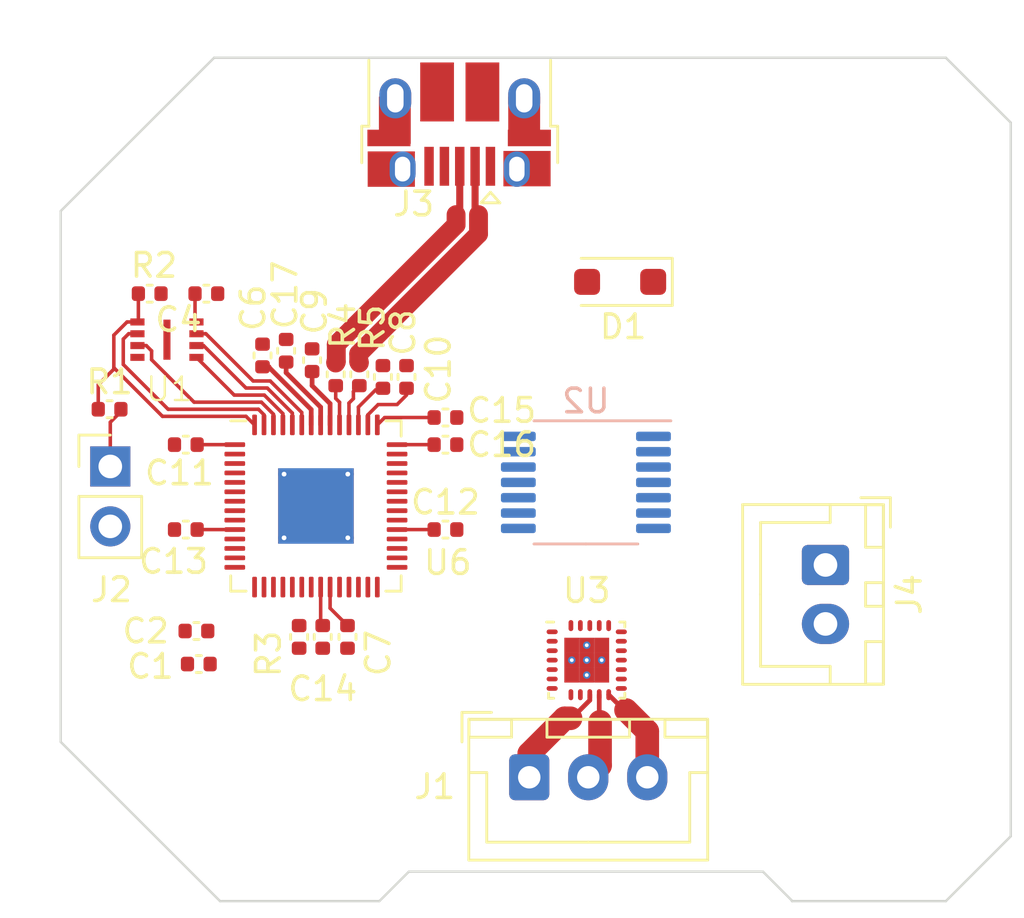
<source format=kicad_pcb>
(kicad_pcb (version 20221018) (generator pcbnew)
  (layers (0 "F.Cu" signal) (1 "In1.Cu" signal) (2 "In2.Cu" signal) (31 "B.Cu" signal) (34 "B.Paste" user) (35 "F.Paste" user) (36 "B.SilkS" user "B.Silkscreen") (37 "F.SilkS" user "F.Silkscreen") (38 "B.Mask" user) (39 "F.Mask" user) (44 "Edge.Cuts" user))
  (net 0 "")
  (net 1 "/XIN")
  (net 2 "GND")
  (net 3 "Net-(C2-Pad1)")
  (net 4 "VBUS")
  (net 5 "+3V3")
  (net 6 "+1V1")
  (net 7 "/~{USB_BOOT}")
  (net 8 "/USB_D-")
  (net 9 "/USB_D+")
  (net 11 "/QSPI_SS")
  (net 12 "/XOUT")
  (net 13 "Net-(U6-USB_DP)")
  (net 14 "Net-(U6-USB_DM)")
  (net 42 "/QSPI_SD1")
  (net 43 "/QSPI_SD2")
  (net 44 "/QSPI_SD0")
  (net 45 "/QSPI_SCLK")
  (net 46 "/QSPI_SD3")
  (net 47 "/GPIO0")
  (net 48 "/GPIO1")
  (net 49 "/GPIO2")
  (net 50 "/GPIO3")
  (net 51 "/GPIO4")
  (net 52 "/GPIO5")
  (net 53 "/GPIO6")
  (net 54 "/GPIO7")
  (net 55 "/GPIO8")
  (net 56 "/GPIO9")
  (net 57 "/GPIO10")
  (net 58 "/GPIO11")
  (net 59 "/GPIO12")
  (net 60 "/GPIO13")
  (net 61 "/GPIO14")
  (net 62 "/GPIO15")
  (net 63 "/SWCLK")
  (net 64 "/SWD")
  (net 65 "/RUN")
  (net 66 "/GPIO20")
  (net 67 "/GPIO21")
  (net 68 "/GPIO22")
  (net 69 "/GPIO23")
  (net 70 "/GPIO24")
  (net 71 "/GPIO25")
  (net 72 "/GPIO26_ADC0")
  (net 73 "/GPIO27_ADC1")
  (net 74 "/GPIO28_ADC2")
  (net 75 "/GPIO29_ADC3")
  (net 76 "/DRV_CSn")
  (net 77 "/SPI0_RX")
  (net 78 "/SPI0_TX")
  (net 79 "/SPI0_SCK")
  (net 80 "VCOM")
  (net 81 "Vdrive")
  (net 82 "/M3")
  (net 83 "/M2")
  (net 84 "/M1")
  (footprint "Capacitor_SMD:C_0402_1005Metric" (layer "F.Cu") (at 42.4 45.53 90)
    (fp_text reference "C10" (at 0.33 1.35 90) (layer "F.SilkS"))
    (fp_text value "1u")
    (fp_line (start -0.107836 -0.36) (end 0.107836 -0.36) (stroke (width 0.12)) (layer "F.SilkS"))
    (fp_line (start -0.107836 0.36) (end 0.107836 0.36) (stroke (width 0.12)) (layer "F.SilkS"))
    (pad "1" smd roundrect (at -0.48 0 90) (size 0.56 0.62) (layers "F.Cu" "F.Paste" "F.Mask") (net 5 "+3V3"))
    (pad "2" smd roundrect (at 0.48 0 90) (size 0.56 0.62) (layers "F.Cu" "F.Paste" "F.Mask") (net 2 "GND"))
  )
  (footprint "Capacitor_SMD:C_0402_1005Metric" (layer "F.Cu") (at 37.85 56.55 -90)
    (fp_text reference "R3" (at 0.72 1.3 90) (layer "F.SilkS"))
    (fp_text value "1k")
    (fp_line (start -0.107836 -0.36) (end 0.107836 -0.36) (stroke (width 0.12)) (layer "F.SilkS"))
    (fp_line (start -0.107836 0.36) (end 0.107836 0.36) (stroke (width 0.12)) (layer "F.SilkS"))
    (pad "1" smd roundrect (at -0.48 0 270) (size 0.56 0.62) (layers "F.Cu" "F.Paste" "F.Mask") (net 12 "/XOUT"))
    (pad "2" smd roundrect (at 0.48 0 270) (size 0.56 0.62) (layers "F.Cu" "F.Paste" "F.Mask") (net 3 "Net-(C2-Pad1)"))
  )
  (footprint "Capacitor_SMD:C_0402_1005Metric" (layer "F.Cu") (at 31.52 42 180)
    (fp_text reference "R2" (at -0.18 1.2) (layer "F.SilkS"))
    (fp_text value "DNF")
    (fp_line (start -0.107836 -0.36) (end 0.107836 -0.36) (stroke (width 0.12)) (layer "F.SilkS"))
    (fp_line (start -0.107836 0.36) (end 0.107836 0.36) (stroke (width 0.12)) (layer "F.SilkS"))
    (pad "1" smd roundrect (at -0.48 0 180) (size 0.56 0.62) (layers "F.Cu" "F.Paste" "F.Mask") (net 5 "+3V3"))
    (pad "2" smd roundrect (at 0.48 0 180) (size 0.56 0.62) (layers "F.Cu" "F.Paste" "F.Mask") (net 11 "/QSPI_SS"))
  )
  (footprint "MountingHole:MountingHole_3.2mm_M3" (layer "F.Cu") (at 36.57 36.57)
    (fp_text reference "H1" hide)
    (fp_text value "MountingHole")
    (pad "" np_thru_hole circle (at 0 0) (size 3.2 3.2) (drill 3.2) (layers "*.Cu" "*.Mask"))
  )
  (footprint "Capacitor_SMD:C_0402_1005Metric" (layer "F.Cu") (at 33.6 57.7)
    (fp_text reference "C1" (at -2.05 0.1) (layer "F.SilkS"))
    (fp_text value "27p")
    (fp_line (start -0.107836 -0.36) (end 0.107836 -0.36) (stroke (width 0.12)) (layer "F.SilkS"))
    (fp_line (start -0.107836 0.36) (end 0.107836 0.36) (stroke (width 0.12)) (layer "F.SilkS"))
    (pad "1" smd roundrect (at -0.48 0) (size 0.56 0.62) (layers "F.Cu" "F.Paste" "F.Mask") (net 1 "/XIN"))
    (pad "2" smd roundrect (at 0.48 0) (size 0.56 0.62) (layers "F.Cu" "F.Paste" "F.Mask") (net 2 "GND"))
  )
  (footprint "Capacitor_SMD:C_0402_1005Metric" (layer "F.Cu") (at 33.5 56.3)
    (fp_text reference "C2" (at -2.15 0) (layer "F.SilkS"))
    (fp_text value "27p")
    (fp_line (start -0.107836 -0.36) (end 0.107836 -0.36) (stroke (width 0.12)) (layer "F.SilkS"))
    (fp_line (start -0.107836 0.36) (end 0.107836 0.36) (stroke (width 0.12)) (layer "F.SilkS"))
    (pad "1" smd roundrect (at -0.48 0) (size 0.56 0.62) (layers "F.Cu" "F.Paste" "F.Mask") (net 3 "Net-(C2-Pad1)"))
    (pad "2" smd roundrect (at 0.48 0) (size 0.56 0.62) (layers "F.Cu" "F.Paste" "F.Mask") (net 2 "GND"))
  )
  (footprint "Capacitor_SMD:C_0402_1005Metric" (layer "F.Cu") (at 39.4 45.42 -90)
    (fp_text reference "R4" (at -2.07 -0.3 90) (layer "F.SilkS"))
    (fp_text value "27")
    (fp_line (start -0.107836 -0.36) (end 0.107836 -0.36) (stroke (width 0.12)) (layer "F.SilkS"))
    (fp_line (start -0.107836 0.36) (end 0.107836 0.36) (stroke (width 0.12)) (layer "F.SilkS"))
    (pad "1" smd roundrect (at -0.48 0 270) (size 0.56 0.62) (layers "F.Cu" "F.Paste" "F.Mask") (net 9 "/USB_D+"))
    (pad "2" smd roundrect (at 0.48 0 270) (size 0.56 0.62) (layers "F.Cu" "F.Paste" "F.Mask") (net 13 "Net-(U6-USB_DP)"))
  )
  (footprint "Capacitor_SMD:C_0402_1005Metric" (layer "F.Cu") (at 41.4 45.53 90)
    (fp_text reference "C8" (at 1.88 0.85 90) (layer "F.SilkS"))
    (fp_text value "1u")
    (fp_line (start -0.107836 -0.36) (end 0.107836 -0.36) (stroke (width 0.12)) (layer "F.SilkS"))
    (fp_line (start -0.107836 0.36) (end 0.107836 0.36) (stroke (width 0.12)) (layer "F.SilkS"))
    (pad "1" smd roundrect (at -0.48 0 90) (size 0.56 0.62) (layers "F.Cu" "F.Paste" "F.Mask") (net 6 "+1V1"))
    (pad "2" smd roundrect (at 0.48 0 90) (size 0.56 0.62) (layers "F.Cu" "F.Paste" "F.Mask") (net 2 "GND"))
  )
  (footprint "MountingHole:MountingHole_3.2mm_M3" (layer "F.Cu") (at 63.43 63.43)
    (fp_text reference "H4" hide)
    (fp_text value "MountingHole")
    (pad "" np_thru_hole circle (at 0 0) (size 3.2 3.2) (drill 3.2) (layers "*.Cu" "*.Mask"))
  )
  (footprint "Connector_PinHeader_2.54mm:PinHeader_1x02_P2.54mm_Vertical" (layer "F.Cu") (at 29.85 49.325)
    (fp_text reference "J2" (at 0.05 5.225) (layer "F.SilkS"))
    (fp_text value "Conn_01x02")
    (fp_line (start -1.33 -1.33) (end 0 -1.33) (stroke (width 0.12)) (layer "F.SilkS"))
    (fp_line (start -1.33 0) (end -1.33 -1.33) (stroke (width 0.12)) (layer "F.SilkS"))
    (fp_line (start -1.33 1.27) (end -1.33 3.87) (stroke (width 0.12)) (layer "F.SilkS"))
    (fp_line (start -1.33 1.27) (end 1.33 1.27) (stroke (width 0.12)) (layer "F.SilkS"))
    (fp_line (start -1.33 3.87) (end 1.33 3.87) (stroke (width 0.12)) (layer "F.SilkS"))
    (fp_line (start 1.33 1.27) (end 1.33 3.87) (stroke (width 0.12)) (layer "F.SilkS"))
    (pad "1" thru_hole rect (at 0 0) (size 1.7 1.7) (drill 1) (layers "*.Cu" "*.Mask") (net 7 "/~{USB_BOOT}"))
    (pad "2" thru_hole oval (at 0 2.54) (size 1.7 1.7) (drill 1) (layers "*.Cu" "*.Mask") (net 2 "GND"))
  )
  (footprint "Capacitor_SMD:C_0402_1005Metric" (layer "F.Cu") (at 38.85 56.55 -90)
    (fp_text reference "C14" (at 2.2 0 -180) (layer "F.SilkS"))
    (fp_text value "100n")
    (fp_line (start -0.107836 -0.36) (end 0.107836 -0.36) (stroke (width 0.12)) (layer "F.SilkS"))
    (fp_line (start -0.107836 0.36) (end 0.107836 0.36) (stroke (width 0.12)) (layer "F.SilkS"))
    (pad "1" smd roundrect (at -0.48 0 270) (size 0.56 0.62) (layers "F.Cu" "F.Paste" "F.Mask") (net 5 "+3V3"))
    (pad "2" smd roundrect (at 0.48 0 270) (size 0.56 0.62) (layers "F.Cu" "F.Paste" "F.Mask") (net 2 "GND"))
  )
  (footprint "Capacitor_SMD:C_0402_1005Metric" (layer "F.Cu") (at 44.05 47.25)
    (fp_text reference "C15" (at 2.38 -0.3) (layer "F.SilkS"))
    (fp_text value "100n")
    (fp_line (start -0.107836 -0.36) (end 0.107836 -0.36) (stroke (width 0.12)) (layer "F.SilkS"))
    (fp_line (start -0.107836 0.36) (end 0.107836 0.36) (stroke (width 0.12)) (layer "F.SilkS"))
    (pad "1" smd roundrect (at -0.48 0) (size 0.56 0.62) (layers "F.Cu" "F.Paste" "F.Mask") (net 5 "+3V3"))
    (pad "2" smd roundrect (at 0.48 0) (size 0.56 0.62) (layers "F.Cu" "F.Paste" "F.Mask") (net 2 "GND"))
  )
  (footprint "Capacitor_SMD:C_0402_1005Metric" (layer "F.Cu") (at 33.05 48.4 180)
    (fp_text reference "C11" (at 0.27 -1.2) (layer "F.SilkS"))
    (fp_text value "100n")
    (fp_line (start -0.107836 -0.36) (end 0.107836 -0.36) (stroke (width 0.12)) (layer "F.SilkS"))
    (fp_line (start -0.107836 0.36) (end 0.107836 0.36) (stroke (width 0.12)) (layer "F.SilkS"))
    (pad "1" smd roundrect (at -0.48 0 180) (size 0.56 0.62) (layers "F.Cu" "F.Paste" "F.Mask") (net 5 "+3V3"))
    (pad "2" smd roundrect (at 0.48 0 180) (size 0.56 0.62) (layers "F.Cu" "F.Paste" "F.Mask") (net 2 "GND"))
  )
  (footprint "Connector_USB:USB_Micro-B_Amphenol_10103594-0001LF_Horizontal" (layer "F.Cu") (at 44.63 34.835 180)
    (fp_text reference "J3" (at 1.925 -3.365) (layer "F.SilkS"))
    (fp_text value "USB_B_Micro")
    (fp_line (start -4.175 -0.065) (end -4.175 -1.615) (stroke (width 0.12)) (layer "F.SilkS"))
    (fp_line (start -4.175 -0.065) (end -3.875 -0.065) (stroke (width 0.12)) (layer "F.SilkS"))
    (fp_line (start -3.875 2.735) (end -3.875 -0.065) (stroke (width 0.12)) (layer "F.SilkS"))
    (fp_line (start -1.725 -3.315) (end -0.925 -3.315) (stroke (width 0.12)) (layer "F.SilkS"))
    (fp_line (start -1.325 -2.865) (end -1.725 -3.315) (stroke (width 0.12)) (layer "F.SilkS"))
    (fp_line (start -0.925 -3.315) (end -1.325 -2.865) (stroke (width 0.12)) (layer "F.SilkS"))
    (fp_line (start 3.825 -0.065) (end 4.125 -0.065) (stroke (width 0.12)) (layer "F.SilkS"))
    (fp_line (start 3.825 2.735) (end 3.825 -0.065) (stroke (width 0.12)) (layer "F.SilkS"))
    (fp_line (start 4.125 -0.065) (end 4.125 -1.615) (stroke (width 0.12)) (layer "F.SilkS"))
    (pad "1" smd rect (at -1.325 -1.765 270) (size 1.65 0.4) (layers "F.Cu" "F.Paste" "F.Mask") (net 4 "VBUS"))
    (pad "2" smd rect (at -0.675 -1.765 270) (size 1.65 0.4) (layers "F.Cu" "F.Paste" "F.Mask") (net 8 "/USB_D-"))
    (pad "3" smd rect (at -0.025 -1.765 270) (size 1.65 0.4) (layers "F.Cu" "F.Paste" "F.Mask") (net 9 "/USB_D+"))
    (pad "4" smd rect (at 0.625 -1.765 270) (size 1.65 0.4) (layers "F.Cu" "F.Paste" "F.Mask"))
    (pad "5" smd rect (at 1.275 -1.765 270) (size 1.65 0.4) (layers "F.Cu" "F.Paste" "F.Mask") (net 2 "GND"))
    (pad "6" smd rect (at -2.975 -0.565 180) (size 1.825 0.7) (layers "F.Cu" "F.Paste" "F.Mask") (net 2 "GND"))
    (pad "6" smd rect (at -2.875 -1.865 180) (size 2 1.5) (layers "F.Cu" "F.Paste" "F.Mask") (net 2 "GND"))
    (pad "6" smd rect (at -2.755 0.185 180) (size 1.35 2) (layers "F.Cu" "F.Paste" "F.Mask") (net 2 "GND"))
    (pad "6" thru_hole oval (at -2.755 1.115 270) (size 1.7 1.35) (drill oval 1.2 0.7) (layers "*.Cu" "*.Mask") (net 2 "GND"))
    (pad "6" thru_hole oval (at -2.445 -1.885 270) (size 1.5 1.1) (drill oval 1.05 0.65) (layers "*.Cu" "*.Mask") (net 2 "GND"))
    (pad "6" smd rect (at -0.985 1.385 270) (size 2.5 1.43) (layers "F.Cu" "F.Paste" "F.Mask") (net 2 "GND"))
    (pad "6" smd rect (at 0.935 1.385 270) (size 2.5 1.43) (layers "F.Cu" "F.Paste" "F.Mask") (net 2 "GND"))
    (pad "6" thru_hole oval (at 2.395 -1.885 270) (size 1.5 1.1) (drill oval 1.05 0.65) (layers "*.Cu" "*.Mask") (net 2 "GND"))
    (pad "6" thru_hole oval (at 2.705 1.115 270) (size 1.7 1.35) (drill oval 1.2 0.7) (layers "*.Cu" "*.Mask") (net 2 "GND"))
    (pad "6" smd rect (at 2.725 0.185 180) (size 1.35 2) (layers "F.Cu" "F.Paste" "F.Mask") (net 2 "GND"))
    (pad "6" smd rect (at 2.875 -1.885 180) (size 2 1.5) (layers "F.Cu" "F.Paste" "F.Mask") (net 2 "GND"))
    (pad "6" smd rect (at 2.975 -0.565 180) (size 1.825 0.7) (layers "F.Cu" "F.Paste" "F.Mask") (net 2 "GND"))
  )
  (footprint "MountingHole:MountingHole_3.2mm_M3" (layer "F.Cu") (at 36.57 63.43)
    (fp_text reference "H3" hide)
    (fp_text value "MountingHole")
    (pad "" np_thru_hole circle (at 0 0) (size 3.2 3.2) (drill 3.2) (layers "*.Cu" "*.Mask"))
  )
  (footprint "Capacitor_SMD:C_0402_1005Metric" (layer "F.Cu") (at 44.05 52)
    (fp_text reference "C12" (at 0 -1.16) (layer "F.SilkS"))
    (fp_text value "100n")
    (fp_line (start -0.107836 -0.36) (end 0.107836 -0.36) (stroke (width 0.12)) (layer "F.SilkS"))
    (fp_line (start -0.107836 0.36) (end 0.107836 0.36) (stroke (width 0.12)) (layer "F.SilkS"))
    (pad "1" smd roundrect (at -0.48 0) (size 0.56 0.62) (layers "F.Cu" "F.Paste" "F.Mask") (net 5 "+3V3"))
    (pad "2" smd roundrect (at 0.48 0) (size 0.56 0.62) (layers "F.Cu" "F.Paste" "F.Mask") (net 2 "GND"))
  )
  (footprint "Capacitor_SMD:C_0402_1005Metric" (layer "F.Cu") (at 33.92 42)
    (fp_text reference "C4" (at -1.18 1.1) (layer "F.SilkS"))
    (fp_text value "100n")
    (fp_line (start -0.107836 -0.36) (end 0.107836 -0.36) (stroke (width 0.12)) (layer "F.SilkS"))
    (fp_line (start -0.107836 0.36) (end 0.107836 0.36) (stroke (width 0.12)) (layer "F.SilkS"))
    (pad "1" smd roundrect (at -0.48 0) (size 0.56 0.62) (layers "F.Cu" "F.Paste" "F.Mask") (net 5 "+3V3"))
    (pad "2" smd roundrect (at 0.48 0) (size 0.56 0.62) (layers "F.Cu" "F.Paste" "F.Mask") (net 2 "GND"))
  )
  (footprint "Capacitor_SMD:C_0402_1005Metric" (layer "F.Cu") (at 29.82 46.9)
    (fp_text reference "R1" (at 0 -1.16) (layer "F.SilkS"))
    (fp_text value "1k")
    (fp_line (start -0.107836 -0.36) (end 0.107836 -0.36) (stroke (width 0.12)) (layer "F.SilkS"))
    (fp_line (start -0.107836 0.36) (end 0.107836 0.36) (stroke (width 0.12)) (layer "F.SilkS"))
    (pad "1" smd roundrect (at -0.48 0) (size 0.56 0.62) (layers "F.Cu" "F.Paste" "F.Mask") (net 11 "/QSPI_SS"))
    (pad "2" smd roundrect (at 0.48 0) (size 0.56 0.62) (layers "F.Cu" "F.Paste" "F.Mask") (net 7 "/~{USB_BOOT}"))
  )
  (footprint "Connector_JST:JST_XH_B3B-XH-A_1x03_P2.50mm_Vertical" (layer "F.Cu") (at 47.6 62.5)
    (fp_text reference "J1" (at -4 0.4) (layer "F.SilkS"))
    (fp_text value "Motor")
    (fp_line (start -2.85 -2.75) (end -2.85 -1.5) (stroke (width 0.12)) (layer "F.SilkS"))
    (fp_line (start -2.56 -2.46) (end -2.56 3.51) (stroke (width 0.12)) (layer "F.SilkS"))
    (fp_line (start -2.56 3.51) (end 7.56 3.51) (stroke (width 0.12)) (layer "F.SilkS"))
    (fp_line (start -2.55 -2.45) (end -2.55 -1.7) (stroke (width 0.12)) (layer "F.SilkS"))
    (fp_line (start -2.55 -1.7) (end -0.75 -1.7) (stroke (width 0.12)) (layer "F.SilkS"))
    (fp_line (start -2.55 -0.2) (end -1.8 -0.2) (stroke (width 0.12)) (layer "F.SilkS"))
    (fp_line (start -1.8 -0.2) (end -1.8 2.75) (stroke (width 0.12)) (layer "F.SilkS"))
    (fp_line (start -1.8 2.75) (end 2.5 2.75) (stroke (width 0.12)) (layer "F.SilkS"))
    (fp_line (start -1.6 -2.75) (end -2.85 -2.75) (stroke (width 0.12)) (layer "F.SilkS"))
    (fp_line (start -0.75 -2.45) (end -2.55 -2.45) (stroke (width 0.12)) (layer "F.SilkS"))
    (fp_line (start -0.75 -1.7) (end -0.75 -2.45) (stroke (width 0.12)) (layer "F.SilkS"))
    (fp_line (start 0.75 -2.45) (end 0.75 -1.7) (stroke (width 0.12)) (layer "F.SilkS"))
    (fp_line (start 0.75 -1.7) (end 4.25 -1.7) (stroke (width 0.12)) (layer "F.SilkS"))
    (fp_line (start 4.25 -2.45) (end 0.75 -2.45) (stroke (width 0.12)) (layer "F.SilkS"))
    (fp_line (start 4.25 -1.7) (end 4.25 -2.45) (stroke (width 0.12)) (layer "F.SilkS"))
    (fp_line (start 5.75 -2.45) (end 5.75 -1.7) (stroke (width 0.12)) (layer "F.SilkS"))
    (fp_line (start 5.75 -1.7) (end 7.55 -1.7) (stroke (width 0.12)) (layer "F.SilkS"))
    (fp_line (start 6.8 -0.2) (end 6.8 2.75) (stroke (width 0.12)) (layer "F.SilkS"))
    (fp_line (start 6.8 2.75) (end 2.5 2.75) (stroke (width 0.12)) (layer "F.SilkS"))
    (fp_line (start 7.55 -2.45) (end 5.75 -2.45) (stroke (width 0.12)) (layer "F.SilkS"))
    (fp_line (start 7.55 -1.7) (end 7.55 -2.45) (stroke (width 0.12)) (layer "F.SilkS"))
    (fp_line (start 7.55 -0.2) (end 6.8 -0.2) (stroke (width 0.12)) (layer "F.SilkS"))
    (fp_line (start 7.56 -2.46) (end -2.56 -2.46) (stroke (width 0.12)) (layer "F.SilkS"))
    (fp_line (start 7.56 3.51) (end 7.56 -2.46) (stroke (width 0.12)) (layer "F.SilkS"))
    (pad "1" thru_hole roundrect (at 0 0) (size 1.7 1.95) (drill 0.95) (layers "*.Cu" "*.Mask") (roundrect_rratio 0.147059) (net 84 "/M1"))
    (pad "2" thru_hole oval (at 2.5 0) (size 1.7 1.95) (drill 0.95) (layers "*.Cu" "*.Mask") (net 83 "/M2"))
    (pad "3" thru_hole oval (at 5 0) (size 1.7 1.95) (drill 0.95) (layers "*.Cu" "*.Mask") (net 82 "/M3"))
  )
  (footprint "Package_DFN_QFN:QFN-56-1EP_7x7mm_P0.4mm_EP3.2x3.2mm_ThermalVias" (layer "F.Cu") (at 38.5625 51)
    (fp_text reference "U6" (at 5.5875 2.4) (layer "F.SilkS"))
    (fp_text value "RP2040")
    (fp_line (start -3.61 3.61) (end -3.61 2.96) (stroke (width 0.12)) (layer "F.SilkS"))
    (fp_line (start -2.96 -3.61) (end -3.61 -3.61) (stroke (width 0.12)) (layer "F.SilkS"))
    (fp_line (start -2.96 3.61) (end -3.61 3.61) (stroke (width 0.12)) (layer "F.SilkS"))
    (fp_line (start 2.96 -3.61) (end 3.61 -3.61) (stroke (width 0.12)) (layer "F.SilkS"))
    (fp_line (start 2.96 3.61) (end 3.61 3.61) (stroke (width 0.12)) (layer "F.SilkS"))
    (fp_line (start 3.61 -3.61) (end 3.61 -2.96) (stroke (width 0.12)) (layer "F.SilkS"))
    (fp_line (start 3.61 3.61) (end 3.61 2.96) (stroke (width 0.12)) (layer "F.SilkS"))
    (pad "1" smd roundrect (at -3.4375 -2.6) (size 0.875 0.2) (layers "F.Cu" "F.Paste" "F.Mask") (net 5 "+3V3"))
    (pad "2" smd roundrect (at -3.4375 -2.2) (size 0.875 0.2) (layers "F.Cu" "F.Paste" "F.Mask") (net 47 "/GPIO0"))
    (pad "3" smd roundrect (at -3.4375 -1.8) (size 0.875 0.2) (layers "F.Cu" "F.Paste" "F.Mask") (net 48 "/GPIO1"))
    (pad "4" smd roundrect (at -3.4375 -1.4) (size 0.875 0.2) (layers "F.Cu" "F.Paste" "F.Mask") (net 49 "/GPIO2"))
    (pad "5" smd roundrect (at -3.4375 -1) (size 0.875 0.2) (layers "F.Cu" "F.Paste" "F.Mask") (net 50 "/GPIO3"))
    (pad "6" smd roundrect (at -3.4375 -0.6) (size 0.875 0.2) (layers "F.Cu" "F.Paste" "F.Mask") (net 51 "/GPIO4"))
    (pad "7" smd roundrect (at -3.4375 -0.2) (size 0.875 0.2) (layers "F.Cu" "F.Paste" "F.Mask") (net 52 "/GPIO5"))
    (pad "8" smd roundrect (at -3.4375 0.2) (size 0.875 0.2) (layers "F.Cu" "F.Paste" "F.Mask") (net 53 "/GPIO6"))
    (pad "9" smd roundrect (at -3.4375 0.6) (size 0.875 0.2) (layers "F.Cu" "F.Paste" "F.Mask") (net 54 "/GPIO7"))
    (pad "10" smd roundrect (at -3.4375 1) (size 0.875 0.2) (layers "F.Cu" "F.Paste" "F.Mask") (net 5 "+3V3"))
    (pad "11" smd roundrect (at -3.4375 1.4) (size 0.875 0.2) (layers "F.Cu" "F.Paste" "F.Mask") (net 55 "/GPIO8"))
    (pad "12" smd roundrect (at -3.4375 1.8) (size 0.875 0.2) (layers "F.Cu" "F.Paste" "F.Mask") (net 56 "/GPIO9"))
    (pad "13" smd roundrect (at -3.4375 2.2) (size 0.875 0.2) (layers "F.Cu" "F.Paste" "F.Mask") (net 57 "/GPIO10"))
    (pad "14" smd roundrect (at -3.4375 2.6) (size 0.875 0.2) (layers "F.Cu" "F.Paste" "F.Mask") (net 58 "/GPIO11"))
    (pad "15" smd roundrect (at -2.6 3.4375) (size 0.2 0.875) (layers "F.Cu" "F.Paste" "F.Mask") (net 59 "/GPIO12"))
    (pad "16" smd roundrect (at -2.2 3.4375) (size 0.2 0.875) (layers "F.Cu" "F.Paste" "F.Mask") (net 60 "/GPIO13"))
    (pad "17" smd roundrect (at -1.8 3.4375) (size 0.2 0.875) (layers "F.Cu" "F.Paste" "F.Mask") (net 61 "/GPIO14"))
    (pad "18" smd roundrect (at -1.4 3.4375) (size 0.2 0.875) (layers "F.Cu" "F.Paste" "F.Mask") (net 62 "/GPIO15"))
    (pad "19" smd roundrect (at -1 3.4375) (size 0.2 0.875) (layers "F.Cu" "F.Paste" "F.Mask") (net 2 "GND"))
    (pad "20" smd roundrect (at -0.6 3.4375) (size 0.2 0.875) (layers "F.Cu" "F.Paste" "F.Mask") (net 1 "/XIN"))
    (pad "21" smd roundrect (at -0.2 3.4375) (size 0.2 0.875) (layers "F.Cu" "F.Paste" "F.Mask") (net 12 "/XOUT"))
    (pad "22" smd roundrect (at 0.2 3.4375) (size 0.2 0.875) (layers "F.Cu" "F.Paste" "F.Mask") (net 5 "+3V3"))
    (pad "23" smd roundrect (at 0.6 3.4375) (size 0.2 0.875) (layers "F.Cu" "F.Paste" "F.Mask") (net 6 "+1V1"))
    (pad "24" smd roundrect (at 1 3.4375) (size 0.2 0.875) (layers "F.Cu" "F.Paste" "F.Mask") (net 63 "/SWCLK"))
    (pad "25" smd roundrect (at 1.4 3.4375) (size 0.2 0.875) (layers "F.Cu" "F.Paste" "F.Mask") (net 64 "/SWD"))
    (pad "26" smd roundrect (at 1.8 3.4375) (size 0.2 0.875) (layers "F.Cu" "F.Paste" "F.Mask") (net 65 "/RUN"))
    (pad "27" smd roundrect (at 2.2 3.4375) (size 0.2 0.875) (layers "F.Cu" "F.Paste" "F.Mask") (net 77 "/SPI0_RX"))
    (pad "28" smd roundrect (at 2.6 3.4375) (size 0.2 0.875) (layers "F.Cu" "F.Paste" "F.Mask") (net 76 "/DRV_CSn"))
    (pad "29" smd roundrect (at 3.4375 2.6) (size 0.875 0.2) (layers "F.Cu" "F.Paste" "F.Mask") (net 79 "/SPI0_SCK"))
    (pad "30" smd roundrect (at 3.4375 2.2) (size 0.875 0.2) (layers "F.Cu" "F.Paste" "F.Mask") (net 78 "/SPI0_TX"))
    (pad "31" smd roundrect (at 3.4375 1.8) (size 0.875 0.2) (layers "F.Cu" "F.Paste" "F.Mask") (net 66 "/GPIO20"))
    (pad "32" smd roundrect (at 3.4375 1.4) (size 0.875 0.2) (layers "F.Cu" "F.Paste" "F.Mask") (net 67 "/GPIO21"))
    (pad "33" smd roundrect (at 3.4375 1) (size 0.875 0.2) (layers "F.Cu" "F.Paste" "F.Mask") (net 5 "+3V3"))
    (pad "34" smd roundrect (at 3.4375 0.6) (size 0.875 0.2) (layers "F.Cu" "F.Paste" "F.Mask") (net 68 "/GPIO22"))
    (pad "35" smd roundrect (at 3.4375 0.2) (size 0.875 0.2) (layers "F.Cu" "F.Paste" "F.Mask") (net 69 "/GPIO23"))
    (pad "36" smd roundrect (at 3.4375 -0.2) (size 0.875 0.2) (layers "F.Cu" "F.Paste" "F.Mask") (net 70 "/GPIO24"))
    (pad "37" smd roundrect (at 3.4375 -0.6) (size 0.875 0.2) (layers "F.Cu" "F.Paste" "F.Mask") (net 71 "/GPIO25"))
    (pad "38" smd roundrect (at 3.4375 -1) (size 0.875 0.2) (layers "F.Cu" "F.Paste" "F.Mask") (net 72 "/GPIO26_ADC0"))
    (pad "39" smd roundrect (at 3.4375 -1.4) (size 0.875 0.2) (layers "F.Cu" "F.Paste" "F.Mask") (net 73 "/GPIO27_ADC1"))
    (pad "40" smd roundrect (at 3.4375 -1.8) (size 0.875 0.2) (layers "F.Cu" "F.Paste" "F.Mask") (net 74 "/GPIO28_ADC2"))
    (pad "41" smd roundrect (at 3.4375 -2.2) (size 0.875 0.2) (layers "F.Cu" "F.Paste" "F.Mask") (net 75 "/GPIO29_ADC3"))
    (pad "42" smd roundrect (at 3.4375 -2.6) (size 0.875 0.2) (layers "F.Cu" "F.Paste" "F.Mask") (net 5 "+3V3"))
    (pad "43" smd roundrect (at 2.6 -3.4375) (size 0.2 0.875) (layers "F.Cu" "F.Paste" "F.Mask") (net 5 "+3V3"))
    (pad "44" smd roundrect (at 2.2 -3.4375) (size 0.2 0.875) (layers "F.Cu" "F.Paste" "F.Mask") (net 5 "+3V3"))
    (pad "45" smd roundrect (at 1.8 -3.4375) (size 0.2 0.875) (layers "F.Cu" "F.Paste" "F.Mask") (net 6 "+1V1"))
    (pad "46" smd roundrect (at 1.4 -3.4375) (size 0.2 0.875) (layers "F.Cu" "F.Paste" "F.Mask") (net 14 "Net-(U6-USB_DM)"))
    (pad "47" smd roundrect (at 1 -3.4375) (size 0.2 0.875) (layers "F.Cu" "F.Paste" "F.Mask") (net 13 "Net-(U6-USB_DP)"))
    (pad "48" smd roundrect (at 0.6 -3.4375) (size 0.2 0.875) (layers "F.Cu" "F.Paste" "F.Mask") (net 5 "+3V3"))
    (pad "49" smd roundrect (at 0.2 -3.4375) (size 0.2 0.875) (layers "F.Cu" "F.Paste" "F.Mask") (net 5 "+3V3"))
    (pad "50" smd roundrect (at -0.2 -3.4375) (size 0.2 0.875) (layers "F.Cu" "F.Paste" "F.Mask") (net 6 "+1V1"))
    (pad "51" smd roundrect (at -0.6 -3.4375) (size 0.2 0.875) (layers "F.Cu" "F.Paste" "F.Mask") (net 46 "/QSPI_SD3"))
    (pad "52" smd roundrect (at -1 -3.4375) (size 0.2 0.875) (layers "F.Cu" "F.Paste" "F.Mask") (net 45 "/QSPI_SCLK"))
    (pad "53" smd roundrect (at -1.4 -3.4375) (size 0.2 0.875) (layers "F.Cu" "F.Paste" "F.Mask") (net 44 "/QSPI_SD0"))
    (pad "54" smd roundrect (at -1.8 -3.4375) (size 0.2 0.875) (layers "F.Cu" "F.Paste" "F.Mask") (net 43 "/QSPI_SD2"))
    (pad "55" smd roundrect (at -2.2 -3.4375) (size 0.2 0.875) (layers "F.Cu" "F.Paste" "F.Mask") (net 42 "/QSPI_SD1"))
    (pad "56" smd roundrect (at -2.6 -3.4375) (size 0.2 0.875) (layers "F.Cu" "F.Paste" "F.Mask") (net 11 "/QSPI_SS"))
    (pad "57" thru_hole circle (at -1.35 -1.35) (size 0.5 0.5) (drill 0.2) (layers "*.Cu") (net 2 "GND"))
    (pad "57" thru_hole circle (at -1.35 1.35) (size 0.5 0.5) (drill 0.2) (layers "*.Cu") (net 2 "GND"))
    (pad "57" smd rect (at 0 0) (size 3.2 3.2) (layers "F.Cu" "F.Mask") (net 2 "GND"))
    (pad "57" smd rect (at 0 0) (size 3.2 3.2) (layers "B.Cu") (net 2 "GND"))
    (pad "57" thru_hole circle (at 1.35 -1.35) (size 0.5 0.5) (drill 0.2) (layers "*.Cu") (net 2 "GND"))
    (pad "57" thru_hole circle (at 1.35 1.35) (size 0.5 0.5) (drill 0.2) (layers "*.Cu") (net 2 "GND"))
  )
  (footprint "MountingHole:MountingHole_3.2mm_M3" (layer "F.Cu") (at 63.43 36.57)
    (fp_text reference "H2" hide)
    (fp_text value "MountingHole")
    (pad "" np_thru_hole circle (at 0 0) (size 3.2 3.2) (drill 3.2) (layers "*.Cu" "*.Mask"))
  )
  (footprint "Capacitor_SMD:C_0402_1005Metric" (layer "F.Cu") (at 33.05 52 180)
    (fp_text reference "C13" (at 0.52 -1.35) (layer "F.SilkS"))
    (fp_text value "100n")
    (fp_line (start -0.107836 -0.36) (end 0.107836 -0.36) (stroke (width 0.12)) (layer "F.SilkS"))
    (fp_line (start -0.107836 0.36) (end 0.107836 0.36) (stroke (width 0.12)) (layer "F.SilkS"))
    (pad "1" smd roundrect (at -0.48 0 180) (size 0.56 0.62) (layers "F.Cu" "F.Paste" "F.Mask") (net 5 "+3V3"))
    (pad "2" smd roundrect (at 0.48 0 180) (size 0.56 0.62) (layers "F.Cu" "F.Paste" "F.Mask") (net 2 "GND"))
  )
  (footprint "Capacitor_SMD:C_0402_1005Metric" (layer "F.Cu") (at 44.05 48.4)
    (fp_text reference "C16" (at 2.38 0) (layer "F.SilkS"))
    (fp_text value "100n")
    (fp_line (start -0.107836 -0.36) (end 0.107836 -0.36) (stroke (width 0.12)) (layer "F.SilkS"))
    (fp_line (start -0.107836 0.36) (end 0.107836 0.36) (stroke (width 0.12)) (layer "F.SilkS"))
    (pad "1" smd roundrect (at -0.48 0) (size 0.56 0.62) (layers "F.Cu" "F.Paste" "F.Mask") (net 5 "+3V3"))
    (pad "2" smd roundrect (at 0.48 0) (size 0.56 0.62) (layers "F.Cu" "F.Paste" "F.Mask") (net 2 "GND"))
  )
  (footprint "Capacitor_SMD:C_0402_1005Metric" (layer "F.Cu") (at 38.4 44.82 90)
    (fp_text reference "C9" (at 2.07 0.1 90) (layer "F.SilkS"))
    (fp_text value "100n")
    (fp_line (start -0.107836 -0.36) (end 0.107836 -0.36) (stroke (width 0.12)) (layer "F.SilkS"))
    (fp_line (start -0.107836 0.36) (end 0.107836 0.36) (stroke (width 0.12)) (layer "F.SilkS"))
    (pad "1" smd roundrect (at -0.48 0 90) (size 0.56 0.62) (layers "F.Cu" "F.Paste" "F.Mask") (net 5 "+3V3"))
    (pad "2" smd roundrect (at 0.48 0 90) (size 0.56 0.62) (layers "F.Cu" "F.Paste" "F.Mask") (net 2 "GND"))
  )
  (footprint "Connector_JST:JST_XH_B2B-XH-A_1x02_P2.50mm_Vertical" (layer "F.Cu") (at 60.15 53.5 -90)
    (fp_text reference "J4" (at 1.25 -3.55 90) (layer "F.SilkS"))
    (fp_text value "Motor power")
    (fp_line (start -2.85 -2.75) (end -2.85 -1.5) (stroke (width 0.12)) (layer "F.SilkS"))
    (fp_line (start -2.56 -2.46) (end -2.56 3.51) (stroke (width 0.12)) (layer "F.SilkS"))
    (fp_line (start -2.56 3.51) (end 5.06 3.51) (stroke (width 0.12)) (layer "F.SilkS"))
    (fp_line (start -2.55 -2.45) (end -2.55 -1.7) (stroke (width 0.12)) (layer "F.SilkS"))
    (fp_line (start -2.55 -1.7) (end -0.75 -1.7) (stroke (width 0.12)) (layer "F.SilkS"))
    (fp_line (start -2.55 -0.2) (end -1.8 -0.2) (stroke (width 0.12)) (layer "F.SilkS"))
    (fp_line (start -1.8 -0.2) (end -1.8 2.75) (stroke (width 0.12)) (layer "F.SilkS"))
    (fp_line (start -1.8 2.75) (end 1.25 2.75) (stroke (width 0.12)) (layer "F.SilkS"))
    (fp_line (start -1.6 -2.75) (end -2.85 -2.75) (stroke (width 0.12)) (layer "F.SilkS"))
    (fp_line (start -0.75 -2.45) (end -2.55 -2.45) (stroke (width 0.12)) (layer "F.SilkS"))
    (fp_line (start -0.75 -1.7) (end -0.75 -2.45) (stroke (width 0.12)) (layer "F.SilkS"))
    (fp_line (start 0.75 -2.45) (end 0.75 -1.7) (stroke (width 0.12)) (layer "F.SilkS"))
    (fp_line (start 0.75 -1.7) (end 1.75 -1.7) (stroke (width 0.12)) (layer "F.SilkS"))
    (fp_line (start 1.75 -2.45) (end 0.75 -2.45) (stroke (width 0.12)) (layer "F.SilkS"))
    (fp_line (start 1.75 -1.7) (end 1.75 -2.45) (stroke (width 0.12)) (layer "F.SilkS"))
    (fp_line (start 3.25 -2.45) (end 3.25 -1.7) (stroke (width 0.12)) (layer "F.SilkS"))
    (fp_line (start 3.25 -1.7) (end 5.05 -1.7) (stroke (width 0.12)) (layer "F.SilkS"))
    (fp_line (start 4.3 -0.2) (end 4.3 2.75) (stroke (width 0.12)) (layer "F.SilkS"))
    (fp_line (start 4.3 2.75) (end 1.25 2.75) (stroke (width 0.12)) (layer "F.SilkS"))
    (fp_line (start 5.05 -2.45) (end 3.25 -2.45) (stroke (width 0.12)) (layer "F.SilkS"))
    (fp_line (start 5.05 -1.7) (end 5.05 -2.45) (stroke (width 0.12)) (layer "F.SilkS"))
    (fp_line (start 5.05 -0.2) (end 4.3 -0.2) (stroke (width 0.12)) (layer "F.SilkS"))
    (fp_line (start 5.06 -2.46) (end -2.56 -2.46) (stroke (width 0.12)) (layer "F.SilkS"))
    (fp_line (start 5.06 3.51) (end 5.06 -2.46) (stroke (width 0.12)) (layer "F.SilkS"))
    (pad "1" thru_hole roundrect (at 0 0 270) (size 1.7 2) (drill 1) (layers "*.Cu" "*.Mask") (roundrect_rratio 0.147059) (net 2 "GND"))
    (pad "2" thru_hole oval (at 2.5 0 270) (size 1.7 2) (drill 1) (layers "*.Cu" "*.Mask") (net 81 "Vdrive"))
  )
  (footprint "Capacitor_SMD:C_0402_1005Metric" (layer "F.Cu") (at 40.4 45.42 -90)
    (fp_text reference "R5" (at -1.97 -0.55 90) (layer "F.SilkS"))
    (fp_text value "27")
    (fp_line (start -0.107836 -0.36) (end 0.107836 -0.36) (stroke (width 0.12)) (layer "F.SilkS"))
    (fp_line (start -0.107836 0.36) (end 0.107836 0.36) (stroke (width 0.12)) (layer "F.SilkS"))
    (pad "1" smd roundrect (at -0.48 0 270) (size 0.56 0.62) (layers "F.Cu" "F.Paste" "F.Mask") (net 8 "/USB_D-"))
    (pad "2" smd roundrect (at 0.48 0 270) (size 0.56 0.62) (layers "F.Cu" "F.Paste" "F.Mask") (net 14 "Net-(U6-USB_DM)"))
  )
  (footprint "Capacitor_SMD:C_0402_1005Metric" (layer "F.Cu") (at 36.3 44.62 90)
    (fp_text reference "C6" (at 2.02 -0.4 90) (layer "F.SilkS"))
    (fp_text value "100n")
    (fp_line (start -0.107836 -0.36) (end 0.107836 -0.36) (stroke (width 0.12)) (layer "F.SilkS"))
    (fp_line (start -0.107836 0.36) (end 0.107836 0.36) (stroke (width 0.12)) (layer "F.SilkS"))
    (pad "1" smd roundrect (at -0.48 0 90) (size 0.56 0.62) (layers "F.Cu" "F.Paste" "F.Mask") (net 6 "+1V1"))
    (pad "2" smd roundrect (at 0.48 0 90) (size 0.56 0.62) (layers "F.Cu" "F.Paste" "F.Mask") (net 2 "GND"))
  )
  (footprint "MyLibrary:WQFN-24_EP_2.93x2.93_Pitch0.4mm" (layer "F.Cu") (at 50.035 57.535)
    (fp_text reference "U3" (at 0 -2.95) (layer "F.SilkS"))
    (fp_text value "~")
    (fp_line (start -1.615 1.615) (end -1.615 1.4) (stroke (width 0.12)) (layer "F.SilkS"))
    (fp_line (start -1.4 -1.615) (end -1.7 -1.615) (stroke (width 0.12)) (layer "F.SilkS"))
    (fp_line (start -1.4 1.615) (end -1.615 1.615) (stroke (width 0.12)) (layer "F.SilkS"))
    (fp_line (start 1.4 -1.615) (end 1.615 -1.615) (stroke (width 0.12)) (layer "F.SilkS"))
    (fp_line (start 1.4 1.615) (end 1.615 1.615) (stroke (width 0.12)) (layer "F.SilkS"))
    (fp_line (start 1.615 -1.615) (end 1.615 -1.4) (stroke (width 0.12)) (layer "F.SilkS"))
    (fp_line (start 1.615 1.615) (end 1.615 1.4) (stroke (width 0.12)) (layer "F.SilkS"))
    (pad "1" smd oval (at -1.465 -1.2 90) (size 0.2 0.47) (layers "F.Cu" "F.Paste" "F.Mask"))
    (pad "2" smd oval (at -1.465 -0.8 90) (size 0.2 0.47) (layers "F.Cu" "F.Paste" "F.Mask"))
    (pad "3" smd oval (at -1.465 -0.4 90) (size 0.2 0.47) (layers "F.Cu" "F.Paste" "F.Mask"))
    (pad "4" smd oval (at -1.465 0 90) (size 0.2 0.47) (layers "F.Cu" "F.Paste" "F.Mask"))
    (pad "5" smd oval (at -1.465 0.4 90) (size 0.2 0.47) (layers "F.Cu" "F.Paste" "F.Mask"))
    (pad "6" smd oval (at -1.465 0.8 90) (size 0.2 0.47) (layers "F.Cu" "F.Paste" "F.Mask"))
    (pad "7" smd oval (at -1.465 1.2 90) (size 0.2 0.47) (layers "F.Cu" "F.Paste" "F.Mask") (net 80 "VCOM"))
    (pad "8" smd oval (at -0.67 1.465) (size 0.2 0.47) (layers "F.Cu" "F.Paste" "F.Mask") (net 81 "Vdrive"))
    (pad "9" smd oval (at -0.27 1.465) (size 0.2 0.47) (layers "F.Cu" "F.Paste" "F.Mask") (net 2 "GND"))
    (pad "10" smd oval (at 0.13 1.465) (size 0.2 0.47) (layers "F.Cu" "F.Paste" "F.Mask") (net 84 "/M1"))
    (pad "11" smd oval (at 0.53 1.465) (size 0.2 0.47) (layers "F.Cu" "F.Paste" "F.Mask") (net 83 "/M2"))
    (pad "12" smd oval (at 0.93 1.465) (size 0.2 0.47) (layers "F.Cu" "F.Paste" "F.Mask") (net 82 "/M3"))
    (pad "13" smd oval (at 1.465 1.2 90) (size 0.2 0.47) (layers "F.Cu" "F.Paste" "F.Mask"))
    (pad "14" smd oval (at 1.465 0.8 90) (size 0.2 0.47) (layers "F.Cu" "F.Paste" "F.Mask"))
    (pad "15" smd oval (at 1.465 0.4 90) (size 0.2 0.47) (layers "F.Cu" "F.Paste" "F.Mask"))
    (pad "16" smd oval (at 1.465 0 90) (size 0.2 0.47) (layers "F.Cu" "F.Paste" "F.Mask") (net 2 "GND"))
    (pad "17" smd oval (at 1.465 -0.4 90) (size 0.2 0.47) (layers "F.Cu" "F.Paste" "F.Mask"))
    (pad "18" smd oval (at 1.465 -0.8 90) (size 0.2 0.47) (layers "F.Cu" "F.Paste" "F.Mask"))
    (pad "19" smd oval (at 1.465 -1.2 90) (size 0.2 0.47) (layers "F.Cu" "F.Paste" "F.Mask"))
    (pad "20" smd oval (at 0.93 -1.465) (size 0.2 0.47) (layers "F.Cu" "F.Paste" "F.Mask") (net 76 "/DRV_CSn"))
    (pad "21" smd oval (at 0.53 -1.465) (size 0.2 0.47) (layers "F.Cu" "F.Paste" "F.Mask") (net 77 "/SPI0_RX"))
    (pad "22" smd oval (at 0.13 -1.465) (size 0.2 0.47) (layers "F.Cu" "F.Paste" "F.Mask") (net 78 "/SPI0_TX"))
    (pad "23" smd oval (at -0.27 -1.465) (size 0.2 0.47) (layers "F.Cu" "F.Paste" "F.Mask") (net 79 "/SPI0_SCK"))
    (pad "24" smd oval (at -0.67 -1.465) (size 0.2 0.47) (layers "F.Cu" "F.Paste" "F.Mask"))
    (pad "25" smd rect (at -0.633333 -0.633333) (size 0.633333 0.633333) (layers "F.Cu" "F.Paste" "F.Mask"))
    (pad "25" thru_hole circle (at -0.633333 0) (size 0.316666 0.316666) (drill 0.158333) (layers "*.Cu" "*.Mask"))
    (pad "25" smd rect (at -0.633333 0) (size 0.633333 0.633333) (layers "F.Cu" "F.Paste" "F.Mask"))
    (pad "25" smd rect (at -0.633333 0.633333) (size 0.633333 0.633333) (layers "F.Cu" "F.Paste" "F.Mask"))
    (pad "25" thru_hole circle (at 0 -0.633333) (size 0.316666 0.316666) (drill 0.158333) (layers "*.Cu" "*.Mask"))
    (pad "25" smd rect (at 0 -0.633333) (size 0.633333 0.633333) (layers "F.Cu" "F.Paste" "F.Mask"))
    (pad "25" thru_hole circle (at 0 0) (size 0.316666 0.316666) (drill 0.158333) (layers "*.Cu" "*.Mask"))
    (pad "25" smd rect (at 0 0) (size 0.633333 0.633333) (layers "F.Cu" "F.Paste" "F.Mask"))
    (pad "25" thru_hole circle (at 0 0.633333) (size 0.316666 0.316666) (drill 0.158333) (layers "*.Cu" "*.Mask"))
    (pad "25" smd rect (at 0 0.633333) (size 0.633333 0.633333) (layers "F.Cu" "F.Paste" "F.Mask"))
    (pad "25" smd rect (at 0.633333 -0.633333) (size 0.633333 0.633333) (layers "F.Cu" "F.Paste" "F.Mask"))
    (pad "25" thru_hole circle (at 0.633333 0) (size 0.316666 0.316666) (drill 0.158333) (layers "*.Cu" "*.Mask"))
    (pad "25" smd rect (at 0.633333 0) (size 0.633333 0.633333) (layers "F.Cu" "F.Paste" "F.Mask"))
    (pad "25" smd rect (at 0.633333 0.633333) (size 0.633333 0.633333) (layers "F.Cu" "F.Paste" "F.Mask"))
  )
  (footprint "Capacitor_SMD:C_0402_1005Metric" (layer "F.Cu") (at 39.9 56.55 -90)
    (fp_text reference "C7" (at 0.68 -1.3 90) (layer "F.SilkS"))
    (fp_text value "100n")
    (fp_line (start -0.107836 -0.36) (end 0.107836 -0.36) (stroke (width 0.12)) (layer "F.SilkS"))
    (fp_line (start -0.107836 0.36) (end 0.107836 0.36) (stroke (width 0.12)) (layer "F.SilkS"))
    (pad "1" smd roundrect (at -0.48 0 270) (size 0.56 0.62) (layers "F.Cu" "F.Paste" "F.Mask") (net 6 "+1V1"))
    (pad "2" smd roundrect (at 0.48 0 270) (size 0.56 0.62) (layers "F.Cu" "F.Paste" "F.Mask") (net 2 "GND"))
  )
  (footprint "MyLibrary:USON 2x3mm" (layer "F.Cu") (at 32.25 44.95)
    (fp_text reference "U1" (at 0.1 1.1 unlocked) (layer "F.SilkS") (effects (font (thickness 0.1))))
    (fp_text value "~")
    (pad "1" smd rect (at -1.25 -1.75) (size 0.6 0.3) (layers "F.Cu" "F.Mask") (net 11 "/QSPI_SS"))
    (pad "2" smd rect (at -1.25 -1.25) (size 0.6 0.3) (layers "F.Cu" "F.Mask") (net 42 "/QSPI_SD1"))
    (pad "3" smd rect (at -1.25 -0.75) (size 0.6 0.3) (layers "F.Cu" "F.Mask") (net 43 "/QSPI_SD2"))
    (pad "4" smd rect (at -1.25 -0.25) (size 0.6 0.3) (layers "F.Cu" "F.Mask") (net 2 "GND"))
    (pad "5" smd rect (at 1.25 -0.25) (size 0.6 0.3) (layers "F.Cu" "F.Mask") (net 44 "/QSPI_SD0"))
    (pad "6" smd rect (at 1.25 -0.75) (size 0.6 0.3) (layers "F.Cu" "F.Mask") (net 45 "/QSPI_SCLK"))
    (pad "7" smd rect (at 1.25 -1.25) (size 0.6 0.3) (layers "F.Cu" "F.Mask") (net 46 "/QSPI_SD3"))
    (pad "8" smd rect (at 1.25 -1.75) (size 0.6 0.3) (layers "F.Cu" "F.Mask") (net 5 "+3V3"))
    (pad "9" smd rect (at 0 -1) (size 0.3 1.7) (layers "F.Cu" "F.Mask") (net 2 "GND"))
  )
  (footprint "Capacitor_SMD:C_0402_1005Metric" (layer "F.Cu") (at 37.3 44.42 90)
    (fp_text reference "C17" (at 2.37 -0.05 90) (layer "F.SilkS"))
    (fp_text value "100n")
    (fp_line (start -0.107836 -0.36) (end 0.107836 -0.36) (stroke (width 0.12)) (layer "F.SilkS"))
    (fp_line (start -0.107836 0.36) (end 0.107836 0.36) (stroke (width 0.12)) (layer "F.SilkS"))
    (pad "1" smd roundrect (at -0.48 0 90) (size 0.56 0.62) (layers "F.Cu" "F.Paste" "F.Mask") (net 5 "+3V3"))
    (pad "2" smd roundrect (at 0.48 0 90) (size 0.56 0.62) (layers "F.Cu" "F.Paste" "F.Mask") (net 2 "GND"))
  )
  (footprint "Diode_SMD:D_SOD-123F" (layer "F.Cu") (at 51.45 41.5 180)
    (fp_text reference "D1" (at -0.127 -1.905) (layer "F.SilkS"))
    (fp_text value "MBR1020VL")
    (fp_line (start -2.21 -1) (end -2.21 1) (stroke (width 0.12)) (layer "F.SilkS"))
    (fp_line (start -2.21 -1) (end 1.65 -1) (stroke (width 0.12)) (layer "F.SilkS"))
    (fp_line (start -2.21 1) (end 1.65 1) (stroke (width 0.12)) (layer "F.SilkS"))
    (pad "1" smd roundrect (at -1.4 0 180) (size 1.1 1.1) (layers "F.Cu" "F.Paste" "F.Mask") (roundrect_rratio 0.2272727273) (net 80 "VCOM"))
    (pad "2" smd roundrect (at 1.4 0 180) (size 1.1 1.1) (layers "F.Cu" "F.Paste" "F.Mask") (roundrect_rratio 0.2272727273) (net 4 "VBUS"))
  )
  (footprint "Package_SO:TSSOP-14_4.4x5mm_P0.65mm" (layer "B.Cu") (at 50 50 180)
    (fp_text reference "U2" (at 0 3.45) (layer "B.SilkS") (effects (justify mirror)))
    (fp_text value "AS5048A")
    (fp_line (start 0 -2.61) (end -2.2 -2.61) (stroke (width 0.12)) (layer "B.SilkS"))
    (fp_line (start 0 -2.61) (end 2.2 -2.61) (stroke (width 0.12)) (layer "B.SilkS"))
    (fp_line (start 0 2.61) (end -3.6 2.61) (stroke (width 0.12)) (layer "B.SilkS"))
    (fp_line (start 0 2.61) (end 2.2 2.61) (stroke (width 0.12)) (layer "B.SilkS"))
    (pad "1" smd roundrect (at -2.8625 1.95 180) (size 1.475 0.4) (layers "B.Cu" "B.Paste" "B.Mask"))
    (pad "2" smd roundrect (at -2.8625 1.3 180) (size 1.475 0.4) (layers "B.Cu" "B.Paste" "B.Mask"))
    (pad "3" smd roundrect (at -2.8625 0.65 180) (size 1.475 0.4) (layers "B.Cu" "B.Paste" "B.Mask"))
    (pad "4" smd roundrect (at -2.8625 0 180) (size 1.475 0.4) (layers "B.Cu" "B.Paste" "B.Mask"))
    (pad "5" smd roundrect (at -2.8625 -0.65 180) (size 1.475 0.4) (layers "B.Cu" "B.Paste" "B.Mask"))
    (pad "6" smd roundrect (at -2.8625 -1.3 180) (size 1.475 0.4) (layers "B.Cu" "B.Paste" "B.Mask"))
    (pad "7" smd roundrect (at -2.8625 -1.95 180) (size 1.475 0.4) (layers "B.Cu" "B.Paste" "B.Mask"))
    (pad "8" smd roundrect (at 2.8625 -1.95 180) (size 1.475 0.4) (layers "B.Cu" "B.Paste" "B.Mask"))
    (pad "9" smd roundrect (at 2.8625 -1.3 180) (size 1.475 0.4) (layers "B.Cu" "B.Paste" "B.Mask"))
    (pad "10" smd roundrect (at 2.8625 -0.65 180) (size 1.475 0.4) (layers "B.Cu" "B.Paste" "B.Mask"))
    (pad "11" smd roundrect (at 2.8625 0 180) (size 1.475 0.4) (layers "B.Cu" "B.Paste" "B.Mask"))
    (pad "12" smd roundrect (at 2.8625 0.65 180) (size 1.475 0.4) (layers "B.Cu" "B.Paste" "B.Mask"))
    (pad "13" smd roundrect (at 2.8625 1.3 180) (size 1.475 0.4) (layers "B.Cu" "B.Paste" "B.Mask"))
    (pad "14" smd roundrect (at 2.8625 1.95 180) (size 1.475 0.4) (layers "B.Cu" "B.Paste" "B.Mask"))
  )
  (gr_line (start 27.75 38.5) (end 27.75 61) (stroke (width 0.1)) (layer "Edge.Cuts"))
  (gr_line (start 34.25 32) (end 27.75 38.5) (stroke (width 0.1)) (layer "Edge.Cuts"))
  (gr_line (start 65.25 67.75) (end 68 65) (stroke (width 0.1)) (layer "Edge.Cuts"))
  (gr_line (start 68 65) (end 68 34.75) (stroke (width 0.1)) (layer "Edge.Cuts"))
  (gr_line (start 65.25 32) (end 34.25 32) (stroke (width 0.1)) (layer "Edge.Cuts"))
  (gr_line (start 34.5 67.75) (end 41.25 67.75) (stroke (width 0.1)) (layer "Edge.Cuts"))
  (gr_line (start 27.75 61) (end 34.5 67.75) (stroke (width 0.1)) (layer "Edge.Cuts"))
  (gr_line (start 68 34.75) (end 65.25 32) (stroke (width 0.1)) (layer "Edge.Cuts"))
  (gr_line (start 57.5 66.5) (end 58.75 67.75) (stroke (width 0.1)) (layer "Edge.Cuts"))
  (gr_line (start 58.725 67.75) (end 65.25 67.75) (stroke (width 0.1)) (layer "Edge.Cuts"))
  (gr_line (start 41.25 67.75) (end 42.5 66.5) (stroke (width 0.1)) (layer "Edge.Cuts"))
  (gr_line (start 42.5 66.5) (end 57.5 66.5) (stroke (width 0.1)) (layer "Edge.Cuts"))
  (segment (start 33.44 42.1) (end 33.44 43.14) (width 0.15) (layer "F.Cu") (net 5))
  (segment (start 42 48.4) (end 43.57 48.4) (width 0.15) (layer "F.Cu") (net 5))
  (segment (start 37.3 45.35) (end 38.7625 46.8125) (width 0.2) (layer "F.Cu") (net 5))
  (segment (start 38.4 45.9) (end 39.1625 46.6625) (width 0.2) (layer "F.Cu") (net 5))
  (segment (start 33.53 52) (end 35.125 52) (width 0.15) (layer "F.Cu") (net 5))
  (segment (start 42.4 46.3) (end 42 46.7) (width 0.15) (layer "F.Cu") (net 5))
  (segment (start 40.7625 47.1375) (end 40.7625 47.5625) (width 0.15) (layer "F.Cu") (net 5))
  (segment (start 38.7625 55.9825) (end 38.7625 54.4375) (width 0.15) (layer "F.Cu") (net 5))
  (segment (start 38.4 45.3) (end 38.4 45.9) (width 0.2) (layer "F.Cu") (net 5))
  (segment (start 37.3 44.9) (end 37.3 45.35) (width 0.2) (layer "F.Cu") (net 5))
  (segment (start 41.2 46.7) (end 40.7625 47.1375) (width 0.15) (layer "F.Cu") (net 5))
  (segment (start 43.57 52) (end 42 52) (width 0.15) (layer "F.Cu") (net 5))
  (segment (start 33.53 48.4) (end 35.125 48.4) (width 0.15) (layer "F.Cu") (net 5))
  (segment (start 38.7625 46.8125) (end 38.7625 47.5625) (width 0.2) (layer "F.Cu") (net 5))
  (segment (start 42 46.7) (end 41.2 46.7) (width 0.15) (layer "F.Cu") (net 5))
  (segment (start 39.1625 46.6625) (end 39.1625 47.5625) (width 0.2) (layer "F.Cu") (net 5))
  (segment (start 41.475 47.25) (end 43.57 47.25) (width 0.15) (layer "F.Cu") (net 5))
  (segment (start 41.1625 47.5625) (end 41.475 47.25) (width 0.15) (layer "F.Cu") (net 5))
  (segment (start 38.85 56.07) (end 38.7625 55.9825) (width 0.15) (layer "F.Cu") (net 5))
  (segment (start 33.44 43.14) (end 33.5 43.2) (width 0.15) (layer "F.Cu") (net 5))
  (segment (start 36.3 45.1) (end 36.575736 45.1) (width 0.15) (layer "F.Cu") (net 6))
  (segment (start 38.3625 46.9125) (end 38.3625 47.5625) (width 0.2) (layer "F.Cu") (net 6))
  (segment (start 40.3625 46.8075) (end 41.09 46.08) (width 0.15) (layer "F.Cu") (net 6))
  (segment (start 39.1625 54.4375) (end 39.1625 55.3325) (width 0.15) (layer "F.Cu") (net 6))
  (segment (start 36.575736 45.125736) (end 38.3625 46.9125) (width 0.2) (layer "F.Cu") (net 6))
  (segment (start 40.3625 47.5625) (end 40.3625 46.8075) (width 0.15) (layer "F.Cu") (net 6))
  (segment (start 41.09 46.08) (end 41.4 46.08) (width 0.15) (layer "F.Cu") (net 6))
  (segment (start 36.575736 45.1) (end 36.575736 45.125736) (width 0.2) (layer "F.Cu") (net 6))
  (segment (start 39.1625 55.3325) (end 39.9 56.07) (width 0.15) (layer "F.Cu") (net 6))
  (segment (start 30.3 46.9) (end 30.3 47) (width 0.15) (layer "F.Cu") (net 7))
  (segment (start 29.85 47.45) (end 29.85 49.325) (width 0.15) (layer "F.Cu") (net 7))
  (segment (start 30.3 47) (end 29.85 47.45) (width 0.15) (layer "F.Cu") (net 7))
  (segment (start 40.375 44.546752) (end 45.45 39.471752) (width 0.8) (layer "F.Cu") (net 8))
  (segment (start 40.375 44.885) (end 40.375 44.546752) (width 0.8) (layer "F.Cu") (net 8))
  (segment (start 45.305 38.505) (end 45.45 38.65) (width 0.3) (layer "F.Cu") (net 8))
  (segment (start 45.45 39.471752) (end 45.45 38.65) (width 0.8) (layer "F.Cu") (net 8))
  (segment (start 40.4 44.94) (end 40.4 44.91) (width 0.8) (layer "F.Cu") (net 8))
  (segment (start 45.305 36.595) (end 45.305 38.505) (width 0.3) (layer "F.Cu") (net 8))
  (segment (start 40.4 44.91) (end 40.375 44.885) (width 0.8) (layer "F.Cu") (net 8))
  (segment (start 44.655 38.495) (end 44.5 38.65) (width 0.3) (layer "F.Cu") (net 9))
  (segment (start 44.655 36.595) (end 44.655 38.495) (width 0.3) (layer "F.Cu") (net 9))
  (segment (start 39.4 44.94) (end 39.4 44.91) (width 0.8) (layer "F.Cu") (net 9))
  (segment (start 44.5 39.078248) (end 44.5 38.65) (width 0.8) (layer "F.Cu") (net 9))
  (segment (start 39.4 44.91) (end 39.425 44.885) (width 0.8) (layer "F.Cu") (net 9))
  (segment (start 39.425 44.885) (end 39.425 44.153248) (width 0.8) (layer "F.Cu") (net 9))
  (segment (start 39.425 44.153248) (end 44.5 39.078248) (width 0.8) (layer "F.Cu") (net 9))
  (segment (start 31.04 43.16) (end 31 43.2) (width 0.15) (layer "F.Cu") (net 11))
  (segment (start 30 45.139949) (end 30 43.76005) (width 0.15) (layer "F.Cu") (net 11))
  (segment (start 29.34 46.9) (end 29.34 45.86) (width 0.15) (layer "F.Cu") (net 11))
  (segment (start 30.560051 43.2) (end 31 43.2) (width 0.15) (layer "F.Cu") (net 11))
  (segment (start 29.34 45.86) (end 30.030026 45.169974) (width 0.15) (layer "F.Cu") (net 11))
  (segment (start 32.060051 47.2) (end 30.030026 45.169974) (width 0.15) (layer "F.Cu") (net 11))
  (segment (start 31.04 42) (end 31.04 43.16) (width 0.15) (layer "F.Cu") (net 11))
  (segment (start 30.030026 45.169974) (end 30 45.139949) (width 0.15) (layer "F.Cu") (net 11))
  (segment (start 35.6 47.2) (end 32.060051 47.2) (width 0.15) (layer "F.Cu") (net 11))
  (segment (start 35.9625 47.5625) (end 35.6 47.2) (width 0.15) (layer "F.Cu") (net 11))
  (segment (start 30 43.76005) (end 30.560051 43.2) (width 0.15) (layer "F.Cu") (net 11))
  (segment (start 39.4 45.9) (end 39.4 46.44038) (width 0.15) (layer "F.Cu") (net 13))
  (segment (start 39.5625 46.60288) (end 39.5625 47.5625) (width 0.15) (layer "F.Cu") (net 13))
  (segment (start 39.4 46.44038) (end 39.5625 46.60288) (width 0.15) (layer "F.Cu") (net 13))
  (segment (start 40.15 46.15) (end 40.15 46.45) (width 0.15) (layer "F.Cu") (net 14))
  (segment (start 40.4 45.9) (end 40.15 46.15) (width 0.15) (layer "F.Cu") (net 14))
  (segment (start 40.15 46.45) (end 39.9625 46.6375) (width 0.15) (layer "F.Cu") (net 14))
  (segment (start 39.9625 46.6375) (end 39.9625 47.5625) (width 0.15) (layer "F.Cu") (net 14))
  (segment (start 30.625736 43.7) (end 31 43.7) (width 0.15) (layer "F.Cu") (net 42))
  (segment (start 30.4 43.925736) (end 30.625736 43.7) (width 0.15) (layer "F.Cu") (net 42))
  (segment (start 36.3625 47.5625) (end 36.3625 47.136092) (width 0.15) (layer "F.Cu") (net 42))
  (segment (start 36.3625 47.136092) (end 36.126408 46.9) (width 0.15) (layer "F.Cu") (net 42))
  (segment (start 36.126408 46.9) (end 32.3 46.9) (width 0.15) (layer "F.Cu") (net 42))
  (segment (start 30.4 45) (end 30.4 43.925736) (width 0.15) (layer "F.Cu") (net 42))
  (segment (start 32.3 46.9) (end 30.4 45) (width 0.15) (layer "F.Cu") (net 42))
  (segment (start 36.7625 47.111828) (end 36.250672 46.6) (width 0.15) (layer "F.Cu") (net 43))
  (segment (start 36.7625 47.5625) (end 36.7625 47.111828) (width 0.15) (layer "F.Cu") (net 43))
  (segment (start 36.250672 46.6) (end 33.4 46.6) (width 0.15) (layer "F.Cu") (net 43))
  (segment (start 31.374264 44.2) (end 31 44.2) (width 0.15) (layer "F.Cu") (net 43))
  (segment (start 31.6 44.8) (end 31.6 44.425736) (width 0.15) (layer "F.Cu") (net 43))
  (segment (start 31.6 44.425736) (end 31.374264 44.2) (width 0.15) (layer "F.Cu") (net 43))
  (segment (start 33.4 46.6) (end 31.6 44.8) (width 0.15) (layer "F.Cu") (net 43))
  (segment (start 37.1625 47.5625) (end 37.1625 47.087564) (width 0.15) (layer "F.Cu") (net 44))
  (segment (start 36.374936 46.3) (end 35.1 46.3) (width 0.15) (layer "F.Cu") (net 44))
  (segment (start 35.1 46.3) (end 33.5 44.7) (width 0.15) (layer "F.Cu") (net 44))
  (segment (start 37.1625 47.087564) (end 36.374936 46.3) (width 0.15) (layer "F.Cu") (net 44))
  (segment (start 37.5625 47.5625) (end 37.5625 47.0633) (width 0.15) (layer "F.Cu") (net 45))
  (segment (start 37.5625 47.0633) (end 36.4992 46) (width 0.15) (layer "F.Cu") (net 45))
  (segment (start 35.6 46) (end 33.8 44.2) (width 0.15) (layer "F.Cu") (net 45))
  (segment (start 33.8 44.2) (end 33.5 44.2) (width 0.15) (layer "F.Cu") (net 45))
  (segment (start 36.4992 46) (end 35.6 46) (width 0.15) (layer "F.Cu") (net 45))
  (segment (start 33.9 43.7) (end 35.9 45.7) (width 0.15) (layer "F.Cu") (net 46))
  (segment (start 36.623464 45.7) (end 37.9625 47.039036) (width 0.15) (layer "F.Cu") (net 46))
  (segment (start 33.5 43.7) (end 33.9 43.7) (width 0.15) (layer "F.Cu") (net 46))
  (segment (start 35.9 45.7) (end 36.623464 45.7) (width 0.15) (layer "F.Cu") (net 46))
  (segment (start 37.9625 47.039036) (end 37.9625 47.5625) (width 0.15) (layer "F.Cu") (net 46))
  (segment (start 52.6 62.5) (end 52.6 60.55) (width 1) (layer "F.Cu") (net 82))
  (segment (start 52.6 60.55) (end 51.7 59.65) (width 1) (layer "F.Cu") (net 82))
  (segment (start 50.965 59) (end 51.615 59.65) (width 0.2) (layer "F.Cu") (net 82))
  (segment (start 51.615 59.65) (end 51.7 59.65) (width 0.2) (layer "F.Cu") (net 82))
  (segment (start 50.1 62.5) (end 50.6 62) (width 1) (layer "F.Cu") (net 83))
  (segment (start 50.565 60.115) (end 50.6 60.15) (width 0.2) (layer "F.Cu") (net 83))
  (segment (start 50.565 59) (end 50.565 60.115) (width 0.2) (layer "F.Cu") (net 83))
  (segment (start 50.6 62) (end 50.6 60.15) (width 1) (layer "F.Cu") (net 83))
  (segment (start 49.4 60) (end 49.35 60) (width 0.2) (layer "F.Cu") (net 84))
  (segment (start 50.165 59.235) (end 49.4 60) (width 0.2) (layer "F.Cu") (net 84))
  (segment (start 50.165 59) (end 50.165 59.235) (width 0.2) (layer "F.Cu") (net 84))
  (segment (start 49.1 60) (end 49.35 60) (width 1) (layer "F.Cu") (net 84))
  (segment (start 47.6 61.5) (end 49.1 60) (width 1) (layer "F.Cu") (net 84))
  (segment (start 47.6 62.5) (end 47.6 61.5) (width 1) (layer "F.Cu") (net 84))
)
</source>
